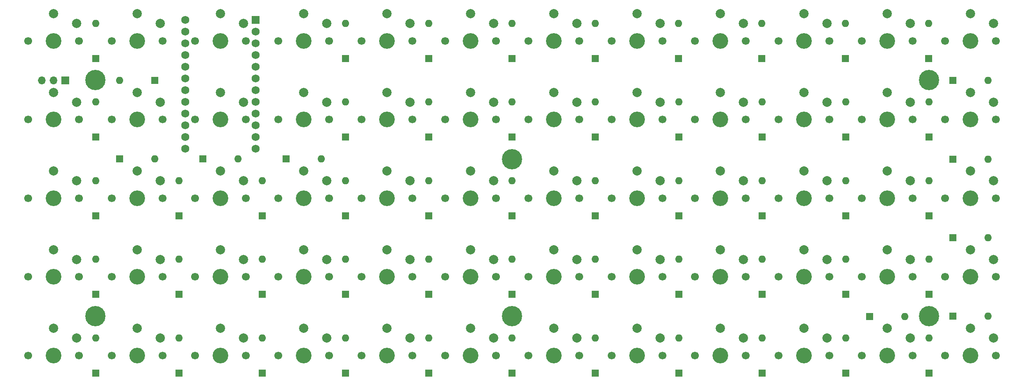
<source format=gbs>
G04 #@! TF.GenerationSoftware,KiCad,Pcbnew,7.0.1*
G04 #@! TF.CreationDate,2023-04-06T13:44:27+02:00*
G04 #@! TF.ProjectId,t-rex,742d7265-782e-46b6-9963-61645f706362,rev?*
G04 #@! TF.SameCoordinates,Original*
G04 #@! TF.FileFunction,Soldermask,Bot*
G04 #@! TF.FilePolarity,Negative*
%FSLAX46Y46*%
G04 Gerber Fmt 4.6, Leading zero omitted, Abs format (unit mm)*
G04 Created by KiCad (PCBNEW 7.0.1) date 2023-04-06 13:44:27*
%MOMM*%
%LPD*%
G01*
G04 APERTURE LIST*
%ADD10R,1.600000X1.600000*%
%ADD11O,1.600000X1.600000*%
%ADD12C,1.700000*%
%ADD13C,3.400000*%
%ADD14C,2.000000*%
%ADD15R,1.700000X1.700000*%
%ADD16O,1.700000X1.700000*%
%ADD17C,4.400000*%
%ADD18R,1.752600X1.752600*%
%ADD19C,1.752600*%
G04 APERTURE END LIST*
D10*
X64816199Y-43230000D03*
D11*
X57196199Y-43230000D03*
D12*
X199941239Y-85887500D03*
D13*
X205441239Y-85887500D03*
D12*
X210941239Y-85887500D03*
D14*
X205441239Y-79987500D03*
X210441239Y-82087500D03*
D10*
X232525000Y-38510000D03*
D11*
X232525000Y-30890000D03*
D13*
X61006199Y-85887500D03*
D12*
X66506199Y-85887500D03*
X55506199Y-85887500D03*
D14*
X61006199Y-79987500D03*
X66006199Y-82087500D03*
D15*
X45476819Y-43250000D03*
D16*
X42936819Y-43250000D03*
X40396819Y-43250000D03*
D10*
X232549999Y-72635000D03*
D11*
X232549999Y-65015000D03*
D12*
X156778099Y-34700000D03*
X145778099Y-34700000D03*
D13*
X151278099Y-34700000D03*
D14*
X151278099Y-28800000D03*
X156278099Y-30900000D03*
D10*
X196400000Y-72635000D03*
D11*
X196400000Y-65015000D03*
D17*
X142250000Y-60325000D03*
D10*
X232549999Y-106760000D03*
D11*
X232549999Y-99140000D03*
D13*
X241549999Y-85887500D03*
D12*
X247049999Y-85887500D03*
X236049999Y-85887500D03*
D14*
X241549999Y-79987500D03*
X246549999Y-82087500D03*
D10*
X106169339Y-55572500D03*
D11*
X106169339Y-47952500D03*
D13*
X151278099Y-51762500D03*
D12*
X156778099Y-51762500D03*
X145778099Y-51762500D03*
D14*
X151278099Y-45862500D03*
X156278099Y-47962500D03*
D10*
X160300000Y-89697500D03*
D11*
X160300000Y-82077500D03*
D10*
X142250000Y-89697500D03*
D11*
X142250000Y-82077500D03*
D12*
X91614959Y-51762500D03*
X102614959Y-51762500D03*
D13*
X97114959Y-51762500D03*
D14*
X97114959Y-45862500D03*
X102114959Y-47962500D03*
D12*
X138723719Y-102950000D03*
X127723719Y-102950000D03*
D13*
X133223719Y-102950000D03*
D14*
X133223719Y-97050000D03*
X138223719Y-99150000D03*
D12*
X138723719Y-85887500D03*
D13*
X133223719Y-85887500D03*
D12*
X127723719Y-85887500D03*
D14*
X133223719Y-79987500D03*
X138223719Y-82087500D03*
D10*
X106125000Y-38510000D03*
D11*
X106125000Y-30890000D03*
D13*
X151278099Y-85887500D03*
D12*
X156778099Y-85887500D03*
X145778099Y-85887500D03*
D14*
X151278099Y-79987500D03*
X156278099Y-82087500D03*
D13*
X169332479Y-51762500D03*
D12*
X174832479Y-51762500D03*
X163832479Y-51762500D03*
D14*
X169332479Y-45862500D03*
X174332479Y-47962500D03*
D12*
X120669339Y-51762500D03*
D13*
X115169339Y-51762500D03*
D12*
X109669339Y-51762500D03*
D14*
X115169339Y-45862500D03*
X120169339Y-47962500D03*
D10*
X124200000Y-89697500D03*
D11*
X124200000Y-82077500D03*
D13*
X169332479Y-85887500D03*
D12*
X163832479Y-85887500D03*
X174832479Y-85887500D03*
D14*
X169332479Y-79987500D03*
X174332479Y-82087500D03*
D17*
X52006199Y-94387500D03*
D10*
X124200000Y-106760000D03*
D11*
X124200000Y-99140000D03*
D10*
X178350000Y-106760000D03*
D11*
X178350000Y-99140000D03*
D13*
X61006199Y-68825000D03*
D12*
X55506199Y-68825000D03*
X66506199Y-68825000D03*
D14*
X61006199Y-62925000D03*
X66006199Y-65025000D03*
D12*
X181886859Y-51762500D03*
D13*
X187386859Y-51762500D03*
D12*
X192886859Y-51762500D03*
D14*
X187386859Y-45862500D03*
X192386859Y-47962500D03*
D10*
X214425000Y-38510000D03*
D11*
X214425000Y-30890000D03*
D10*
X237739999Y-94425000D03*
D11*
X245359999Y-94425000D03*
D10*
X70060579Y-106760000D03*
D11*
X70060579Y-99140000D03*
D12*
X174832479Y-34700000D03*
X163832479Y-34700000D03*
D13*
X169332479Y-34700000D03*
D14*
X169332479Y-28800000D03*
X174332479Y-30900000D03*
D10*
X196400000Y-89697500D03*
D11*
X196400000Y-82077500D03*
D12*
X120669339Y-34700000D03*
D13*
X115169339Y-34700000D03*
D12*
X109669339Y-34700000D03*
D14*
X115169339Y-28800000D03*
X120169339Y-30900000D03*
X192386859Y-82087500D03*
X187386859Y-79987500D03*
D12*
X181886859Y-85887500D03*
X192886859Y-85887500D03*
D13*
X187386859Y-85887500D03*
D10*
X70060579Y-89697500D03*
D11*
X70060579Y-82077500D03*
D10*
X178350000Y-72635000D03*
D11*
X178350000Y-65015000D03*
D10*
X142225000Y-38510000D03*
D11*
X142225000Y-30890000D03*
D10*
X196375000Y-38510000D03*
D11*
X196375000Y-30890000D03*
D10*
X57196199Y-60300000D03*
D11*
X64816199Y-60300000D03*
D12*
X73560579Y-68825000D03*
D13*
X79060579Y-68825000D03*
D12*
X84560579Y-68825000D03*
D14*
X79060579Y-62925000D03*
X84060579Y-65025000D03*
D13*
X223495619Y-68825000D03*
D12*
X217995619Y-68825000D03*
X228995619Y-68825000D03*
D14*
X223495619Y-62925000D03*
X228495619Y-65025000D03*
D10*
X219685619Y-94475000D03*
D11*
X227305619Y-94475000D03*
D12*
X145778099Y-102950000D03*
D13*
X151278099Y-102950000D03*
D12*
X156778099Y-102950000D03*
D14*
X151278099Y-97050000D03*
X156278099Y-99150000D03*
D10*
X52050000Y-72635000D03*
D11*
X52050000Y-65015000D03*
D10*
X214500000Y-89697500D03*
D11*
X214500000Y-82077500D03*
D12*
X217995619Y-102950000D03*
X228995619Y-102950000D03*
D13*
X223495619Y-102950000D03*
D14*
X223495619Y-97050000D03*
X228495619Y-99150000D03*
D10*
X237739999Y-60325000D03*
D11*
X245359999Y-60325000D03*
D13*
X133223719Y-34700000D03*
D12*
X127723719Y-34700000D03*
X138723719Y-34700000D03*
D14*
X133223719Y-28800000D03*
X138223719Y-30900000D03*
D13*
X223495619Y-34700000D03*
D12*
X217995619Y-34700000D03*
X228995619Y-34700000D03*
D14*
X223495619Y-28800000D03*
X228495619Y-30900000D03*
D12*
X199941239Y-34700000D03*
X210941239Y-34700000D03*
D13*
X205441239Y-34700000D03*
D14*
X205441239Y-28800000D03*
X210441239Y-30900000D03*
D13*
X61006199Y-34700000D03*
D12*
X66506199Y-34700000D03*
X55506199Y-34700000D03*
D14*
X61006199Y-28800000D03*
X66006199Y-30900000D03*
D12*
X73560579Y-102950000D03*
X84560579Y-102950000D03*
D13*
X79060579Y-102950000D03*
D14*
X79060579Y-97050000D03*
X84060579Y-99150000D03*
D10*
X124194339Y-38510000D03*
D11*
X124194339Y-30890000D03*
D10*
X106169339Y-106760000D03*
D11*
X106169339Y-99140000D03*
D12*
X84560579Y-85887500D03*
D13*
X79060579Y-85887500D03*
D12*
X73560579Y-85887500D03*
D14*
X79060579Y-79987500D03*
X84060579Y-82087500D03*
D12*
X109669339Y-68825000D03*
X120669339Y-68825000D03*
D13*
X115169339Y-68825000D03*
D14*
X115169339Y-62925000D03*
X120169339Y-65025000D03*
D12*
X55506199Y-51762500D03*
X66506199Y-51762500D03*
D13*
X61006199Y-51762500D03*
D14*
X61006199Y-45862500D03*
X66006199Y-47962500D03*
D13*
X205441239Y-102950000D03*
D12*
X210941239Y-102950000D03*
X199941239Y-102950000D03*
D14*
X205441239Y-97050000D03*
X210441239Y-99150000D03*
D13*
X42951819Y-85887500D03*
D12*
X48451819Y-85887500D03*
X37451819Y-85887500D03*
D14*
X42951819Y-79987500D03*
X47951819Y-82087500D03*
D17*
X232549999Y-94387500D03*
D10*
X214500000Y-55572500D03*
D11*
X214500000Y-47952500D03*
D17*
X142250000Y-94387500D03*
D10*
X52050000Y-55572500D03*
D11*
X52050000Y-47952500D03*
D13*
X241549999Y-34700000D03*
D12*
X247049999Y-34700000D03*
X236049999Y-34700000D03*
D14*
X241549999Y-28800000D03*
X246549999Y-30900000D03*
D13*
X42951819Y-34700000D03*
D12*
X48451819Y-34700000D03*
X37451819Y-34700000D03*
D14*
X42951819Y-28800000D03*
X47951819Y-30900000D03*
D10*
X52050000Y-106760000D03*
D11*
X52050000Y-99140000D03*
D10*
X178350000Y-55572500D03*
D11*
X178350000Y-47952500D03*
D13*
X115169339Y-85887500D03*
D12*
X120669339Y-85887500D03*
X109669339Y-85887500D03*
D14*
X115169339Y-79987500D03*
X120169339Y-82087500D03*
D10*
X160300000Y-72635000D03*
D11*
X160300000Y-65015000D03*
D10*
X93304959Y-60300000D03*
D11*
X100924959Y-60300000D03*
D12*
X228995619Y-85887500D03*
D13*
X223495619Y-85887500D03*
D12*
X217995619Y-85887500D03*
D14*
X223495619Y-79987500D03*
X228495619Y-82087500D03*
D13*
X205441239Y-68825000D03*
D12*
X210941239Y-68825000D03*
X199941239Y-68825000D03*
D14*
X205441239Y-62925000D03*
X210441239Y-65025000D03*
D10*
X142250000Y-72635000D03*
D11*
X142250000Y-65015000D03*
D10*
X70060579Y-72635000D03*
D11*
X70060579Y-65015000D03*
D10*
X88100000Y-106760000D03*
D11*
X88100000Y-99140000D03*
D10*
X196400000Y-55572500D03*
D11*
X196400000Y-47952500D03*
D10*
X142250000Y-106760000D03*
D11*
X142250000Y-99140000D03*
D10*
X75250579Y-60300000D03*
D11*
X82870579Y-60300000D03*
D13*
X241549999Y-68825000D03*
D12*
X236049999Y-68825000D03*
X247049999Y-68825000D03*
D14*
X241549999Y-62925000D03*
X246549999Y-65025000D03*
D12*
X192886859Y-34700000D03*
X181886859Y-34700000D03*
D13*
X187386859Y-34700000D03*
D14*
X187386859Y-28800000D03*
X192386859Y-30900000D03*
D10*
X52050000Y-89697500D03*
D11*
X52050000Y-82077500D03*
D10*
X178325000Y-38510000D03*
D11*
X178325000Y-30890000D03*
D12*
X247049999Y-51762500D03*
D13*
X241549999Y-51762500D03*
D12*
X236049999Y-51762500D03*
D14*
X241549999Y-45862500D03*
X246549999Y-47962500D03*
D13*
X42951819Y-68825000D03*
D12*
X37451819Y-68825000D03*
X48451819Y-68825000D03*
D14*
X42951819Y-62925000D03*
X47951819Y-65025000D03*
D12*
X102614959Y-34700000D03*
D13*
X97114959Y-34700000D03*
D12*
X91614959Y-34700000D03*
D14*
X97114959Y-28800000D03*
X102114959Y-30900000D03*
D12*
X145778099Y-68825000D03*
X156778099Y-68825000D03*
D13*
X151278099Y-68825000D03*
D14*
X151278099Y-62925000D03*
X156278099Y-65025000D03*
D12*
X55506199Y-102950000D03*
D13*
X61006199Y-102950000D03*
D12*
X66506199Y-102950000D03*
D14*
X61006199Y-97050000D03*
X66006199Y-99150000D03*
D12*
X48451819Y-102950000D03*
D13*
X42951819Y-102950000D03*
D12*
X37451819Y-102950000D03*
D14*
X42951819Y-97050000D03*
X47951819Y-99150000D03*
D13*
X133223719Y-68825000D03*
D12*
X127723719Y-68825000D03*
X138723719Y-68825000D03*
D14*
X133223719Y-62925000D03*
X138223719Y-65025000D03*
D10*
X124200000Y-72635000D03*
D11*
X124200000Y-65015000D03*
D12*
X181886859Y-68825000D03*
D13*
X187386859Y-68825000D03*
D12*
X192886859Y-68825000D03*
D14*
X187386859Y-62925000D03*
X192386859Y-65025000D03*
D12*
X127723719Y-51762500D03*
D13*
X133223719Y-51762500D03*
D12*
X138723719Y-51762500D03*
D14*
X133223719Y-45862500D03*
X138223719Y-47962500D03*
D10*
X124200000Y-55572500D03*
D11*
X124200000Y-47952500D03*
D12*
X247049999Y-102950000D03*
X236049999Y-102950000D03*
D13*
X241549999Y-102950000D03*
D14*
X241549999Y-97050000D03*
X246549999Y-99150000D03*
D10*
X160300000Y-55572500D03*
D11*
X160300000Y-47952500D03*
D10*
X214500000Y-106760000D03*
D11*
X214500000Y-99140000D03*
D17*
X52006199Y-43200000D03*
D10*
X214500000Y-72635000D03*
D11*
X214500000Y-65015000D03*
D10*
X106169339Y-89697500D03*
D11*
X106169339Y-82077500D03*
D10*
X88100000Y-72635000D03*
D11*
X88100000Y-65015000D03*
D13*
X97114959Y-85887500D03*
D12*
X102614959Y-85887500D03*
X91614959Y-85887500D03*
D14*
X97114959Y-79987500D03*
X102114959Y-82087500D03*
D10*
X237739999Y-77387500D03*
D11*
X245359999Y-77387500D03*
D13*
X115169339Y-102950000D03*
D12*
X120669339Y-102950000D03*
X109669339Y-102950000D03*
D14*
X115169339Y-97050000D03*
X120169339Y-99150000D03*
D10*
X160275000Y-38510000D03*
D11*
X160275000Y-30890000D03*
D10*
X160300000Y-106760000D03*
D11*
X160300000Y-99140000D03*
D10*
X52050000Y-38510000D03*
D11*
X52050000Y-30890000D03*
D10*
X196400000Y-106760000D03*
D11*
X196400000Y-99140000D03*
D10*
X237739999Y-43225000D03*
D11*
X245359999Y-43225000D03*
D10*
X106169339Y-72635000D03*
D11*
X106169339Y-65015000D03*
D10*
X88100000Y-89697500D03*
D11*
X88100000Y-82077500D03*
D17*
X232549999Y-43200000D03*
D10*
X142250000Y-55572500D03*
D11*
X142250000Y-47952500D03*
D12*
X91614959Y-68825000D03*
D13*
X97114959Y-68825000D03*
D12*
X102614959Y-68825000D03*
D14*
X97114959Y-62925000D03*
X102114959Y-65025000D03*
D12*
X174832479Y-102950000D03*
D13*
X169332479Y-102950000D03*
D12*
X163832479Y-102950000D03*
D14*
X169332479Y-97050000D03*
X174332479Y-99150000D03*
D10*
X232549999Y-55572500D03*
D11*
X232549999Y-47952500D03*
D10*
X178350000Y-89697500D03*
D11*
X178350000Y-82077500D03*
D12*
X217995619Y-51762500D03*
X228995619Y-51762500D03*
D13*
X223495619Y-51762500D03*
D14*
X223495619Y-45862500D03*
X228495619Y-47962500D03*
D10*
X232549999Y-89697500D03*
D11*
X232549999Y-82077500D03*
D12*
X37451819Y-51762500D03*
D13*
X42951819Y-51762500D03*
D12*
X48451819Y-51762500D03*
D14*
X42951819Y-45862500D03*
X47951819Y-47962500D03*
D12*
X181886859Y-102950000D03*
X192886859Y-102950000D03*
D13*
X187386859Y-102950000D03*
D14*
X187386859Y-97050000D03*
X192386859Y-99150000D03*
D13*
X79060579Y-51762500D03*
D12*
X84560579Y-51762500D03*
X73560579Y-51762500D03*
D14*
X79060579Y-45862500D03*
X84060579Y-47962500D03*
D13*
X97114959Y-102950000D03*
D12*
X91614959Y-102950000D03*
X102614959Y-102950000D03*
D14*
X97114959Y-97050000D03*
X102114959Y-99150000D03*
D12*
X84560579Y-34700000D03*
D13*
X79060579Y-34700000D03*
D12*
X73560579Y-34700000D03*
D14*
X79060579Y-28800000D03*
X84060579Y-30900000D03*
D13*
X205441239Y-51762500D03*
D12*
X199941239Y-51762500D03*
X210941239Y-51762500D03*
D14*
X205441239Y-45862500D03*
X210441239Y-47962500D03*
D13*
X169332479Y-68825000D03*
D12*
X163832479Y-68825000D03*
X174832479Y-68825000D03*
D14*
X169332479Y-62925000D03*
X174332479Y-65025000D03*
D18*
X86680579Y-30116750D03*
D19*
X86680579Y-32656750D03*
X86680579Y-35196750D03*
X86680579Y-37736750D03*
X86680579Y-40276750D03*
X86680579Y-42816750D03*
X86680579Y-45356750D03*
X86680579Y-47896750D03*
X86680579Y-50436750D03*
X86680579Y-52976750D03*
X86680579Y-55516750D03*
X86680579Y-58056750D03*
X71440579Y-58056750D03*
X71440579Y-55516750D03*
X71440579Y-52976750D03*
X71440579Y-50436750D03*
X71440579Y-47896750D03*
X71440579Y-45356750D03*
X71440579Y-42816750D03*
X71440579Y-40276750D03*
X71440579Y-37736750D03*
X71440579Y-35196750D03*
X71440579Y-32656750D03*
X71440579Y-30116750D03*
M02*

</source>
